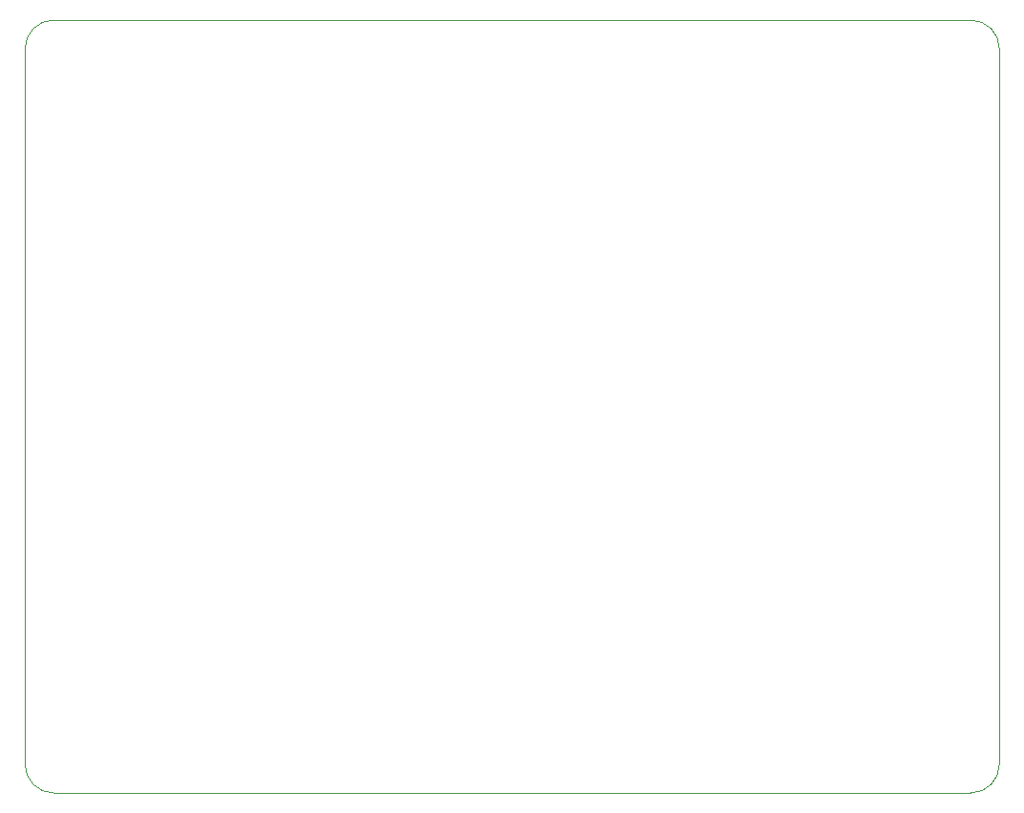
<source format=gbr>
G04 #@! TF.GenerationSoftware,KiCad,Pcbnew,(5.1.4)-1*
G04 #@! TF.CreationDate,2020-01-10T00:36:40-06:00*
G04 #@! TF.ProjectId,Capstone,43617073-746f-46e6-952e-6b696361645f,rev?*
G04 #@! TF.SameCoordinates,Original*
G04 #@! TF.FileFunction,Profile,NP*
%FSLAX46Y46*%
G04 Gerber Fmt 4.6, Leading zero omitted, Abs format (unit mm)*
G04 Created by KiCad (PCBNEW (5.1.4)-1) date 2020-01-10 00:36:40*
%MOMM*%
%LPD*%
G04 APERTURE LIST*
%ADD10C,0.120000*%
G04 APERTURE END LIST*
D10*
X172720000Y-97790000D02*
X172720000Y-161290000D01*
X170180000Y-95250000D02*
G75*
G02X172720000Y-97790000I0J-2540000D01*
G01*
X172720000Y-161290000D02*
G75*
G02X170180000Y-163830000I-2540000J0D01*
G01*
X88900000Y-163830000D02*
G75*
G02X86360000Y-161290000I0J2540000D01*
G01*
X86360000Y-97790000D02*
G75*
G02X88900000Y-95250000I2540000J0D01*
G01*
X88900000Y-163830000D02*
X170180000Y-163830000D01*
X88900000Y-95250000D02*
X170180000Y-95250000D01*
X86360000Y-97790000D02*
X86360000Y-161290000D01*
M02*

</source>
